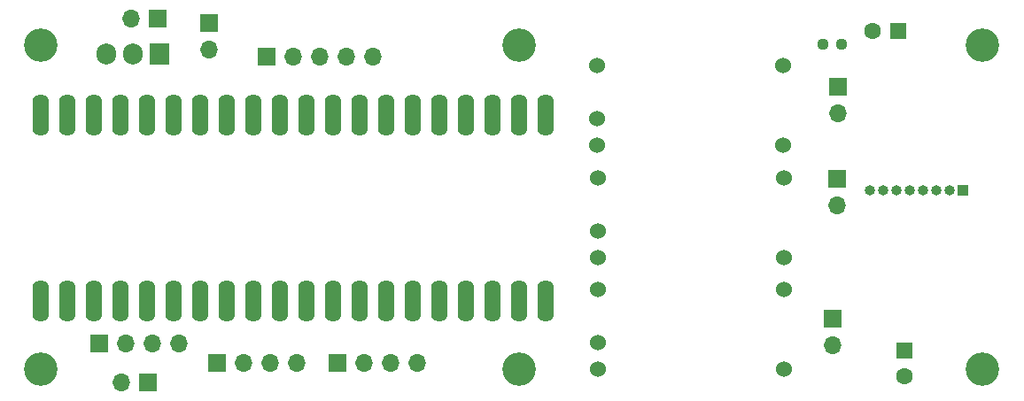
<source format=gbr>
%TF.GenerationSoftware,KiCad,Pcbnew,(6.0.2)*%
%TF.CreationDate,2023-02-07T01:45:27+03:00*%
%TF.ProjectId,Pistol_Camera_Driver,50697374-6f6c-45f4-9361-6d6572615f44,rev?*%
%TF.SameCoordinates,Original*%
%TF.FileFunction,Soldermask,Top*%
%TF.FilePolarity,Negative*%
%FSLAX46Y46*%
G04 Gerber Fmt 4.6, Leading zero omitted, Abs format (unit mm)*
G04 Created by KiCad (PCBNEW (6.0.2)) date 2023-02-07 01:45:27*
%MOMM*%
%LPD*%
G01*
G04 APERTURE LIST*
G04 Aperture macros list*
%AMRoundRect*
0 Rectangle with rounded corners*
0 $1 Rounding radius*
0 $2 $3 $4 $5 $6 $7 $8 $9 X,Y pos of 4 corners*
0 Add a 4 corners polygon primitive as box body*
4,1,4,$2,$3,$4,$5,$6,$7,$8,$9,$2,$3,0*
0 Add four circle primitives for the rounded corners*
1,1,$1+$1,$2,$3*
1,1,$1+$1,$4,$5*
1,1,$1+$1,$6,$7*
1,1,$1+$1,$8,$9*
0 Add four rect primitives between the rounded corners*
20,1,$1+$1,$2,$3,$4,$5,0*
20,1,$1+$1,$4,$5,$6,$7,0*
20,1,$1+$1,$6,$7,$8,$9,0*
20,1,$1+$1,$8,$9,$2,$3,0*%
G04 Aperture macros list end*
%ADD10R,1.700000X1.700000*%
%ADD11O,1.700000X1.700000*%
%ADD12C,3.200000*%
%ADD13C,1.524000*%
%ADD14R,1.600000X1.600000*%
%ADD15C,1.600000*%
%ADD16R,1.905000X2.000000*%
%ADD17O,1.905000X2.000000*%
%ADD18O,1.600000X4.000000*%
%ADD19RoundRect,0.237500X-0.250000X-0.237500X0.250000X-0.237500X0.250000X0.237500X-0.250000X0.237500X0*%
%ADD20R,1.000000X1.000000*%
%ADD21O,1.000000X1.000000*%
G04 APERTURE END LIST*
D10*
%TO.C,J10*%
X84960000Y-57600000D03*
D11*
X87500000Y-57600000D03*
X90040000Y-57600000D03*
X92580000Y-57600000D03*
%TD*%
D10*
%TO.C,J1*%
X89640000Y-61300000D03*
D11*
X87100000Y-61300000D03*
%TD*%
D12*
%TO.C,REF\u002A\u002A*%
X125165000Y-60000000D03*
%TD*%
%TO.C,REF\u002A\u002A*%
X125165000Y-29000000D03*
%TD*%
D13*
%TO.C,U11*%
X132700000Y-41700000D03*
X132700000Y-46780000D03*
X132700000Y-49320000D03*
X150480000Y-49320000D03*
X150480000Y-41700000D03*
%TD*%
D10*
%TO.C,J9*%
X155550000Y-41800000D03*
D11*
X155550000Y-44340000D03*
%TD*%
D14*
%TO.C,C1*%
X162000000Y-58200000D03*
D15*
X162000000Y-60700000D03*
%TD*%
D14*
%TO.C,C9*%
X161400000Y-27700000D03*
D15*
X158900000Y-27700000D03*
%TD*%
D10*
%TO.C,J3*%
X95475000Y-26930000D03*
D11*
X95475000Y-29470000D03*
%TD*%
D10*
%TO.C,J7*%
X155075000Y-55150000D03*
D11*
X155075000Y-57690000D03*
%TD*%
D16*
%TO.C,U1*%
X90790000Y-29900000D03*
D17*
X88250000Y-29900000D03*
X85710000Y-29900000D03*
%TD*%
D18*
%TO.C,U3*%
X79445000Y-53505000D03*
X81985000Y-53505000D03*
X84525000Y-53505000D03*
X87065000Y-53505000D03*
X89605000Y-53505000D03*
X92145000Y-53505000D03*
X94685000Y-53505000D03*
X97225000Y-53505000D03*
X99765000Y-53505000D03*
X102305000Y-53505000D03*
X104845000Y-53505000D03*
X107385000Y-53505000D03*
X109925000Y-53505000D03*
X112465000Y-53505000D03*
X115005000Y-53505000D03*
X117545000Y-53505000D03*
X120085000Y-53505000D03*
X122625000Y-53505000D03*
X125165000Y-53505000D03*
X127705000Y-53505000D03*
X127705000Y-35725000D03*
X125165000Y-35725000D03*
X122625000Y-35725000D03*
X120085000Y-35725000D03*
X117545000Y-35725000D03*
X115005000Y-35725000D03*
X112465000Y-35725000D03*
X109925000Y-35725000D03*
X107385000Y-35725000D03*
X104845000Y-35725000D03*
X102305000Y-35725000D03*
X99765000Y-35725000D03*
X97225000Y-35725000D03*
X94685000Y-35725000D03*
X92145000Y-35725000D03*
X89605000Y-35725000D03*
X87065000Y-35725000D03*
X84525000Y-35725000D03*
X81985000Y-35725000D03*
X79445000Y-35725000D03*
%TD*%
D12*
%TO.C,REF\u002A\u002A*%
X79445000Y-29000000D03*
%TD*%
D10*
%TO.C,J4*%
X90550000Y-26450000D03*
D11*
X88010000Y-26450000D03*
%TD*%
D12*
%TO.C,REF\u002A\u002A*%
X169445000Y-60000000D03*
%TD*%
D10*
%TO.C,J5*%
X107750000Y-59450000D03*
D11*
X110290000Y-59450000D03*
X112830000Y-59450000D03*
X115370000Y-59450000D03*
%TD*%
D10*
%TO.C,Je1*%
X155575000Y-33050000D03*
D11*
X155575000Y-35590000D03*
%TD*%
D13*
%TO.C,U9*%
X132600000Y-31000000D03*
X132600000Y-36080000D03*
X132600000Y-38620000D03*
X150380000Y-38620000D03*
X150380000Y-31000000D03*
%TD*%
%TO.C,U7*%
X132660000Y-52390000D03*
X132660000Y-57470000D03*
X132660000Y-60010000D03*
X150440000Y-60010000D03*
X150440000Y-52390000D03*
%TD*%
D19*
%TO.C,R13*%
X154150000Y-28950000D03*
X155975000Y-28950000D03*
%TD*%
D12*
%TO.C,REF\u002A\u002A*%
X79445000Y-60000000D03*
%TD*%
D10*
%TO.C,J8*%
X96300000Y-59450000D03*
D11*
X98840000Y-59450000D03*
X101380000Y-59450000D03*
X103920000Y-59450000D03*
%TD*%
D20*
%TO.C,J2*%
X167550000Y-42875000D03*
D21*
X166280000Y-42875000D03*
X165010000Y-42875000D03*
X163740000Y-42875000D03*
X162470000Y-42875000D03*
X161200000Y-42875000D03*
X159930000Y-42875000D03*
X158660000Y-42875000D03*
%TD*%
D10*
%TO.C,J6*%
X101000000Y-30125000D03*
D11*
X103540000Y-30125000D03*
X106080000Y-30125000D03*
X108620000Y-30125000D03*
X111160000Y-30125000D03*
%TD*%
D12*
%TO.C,REF\u002A\u002A*%
X169445000Y-29000000D03*
%TD*%
M02*

</source>
